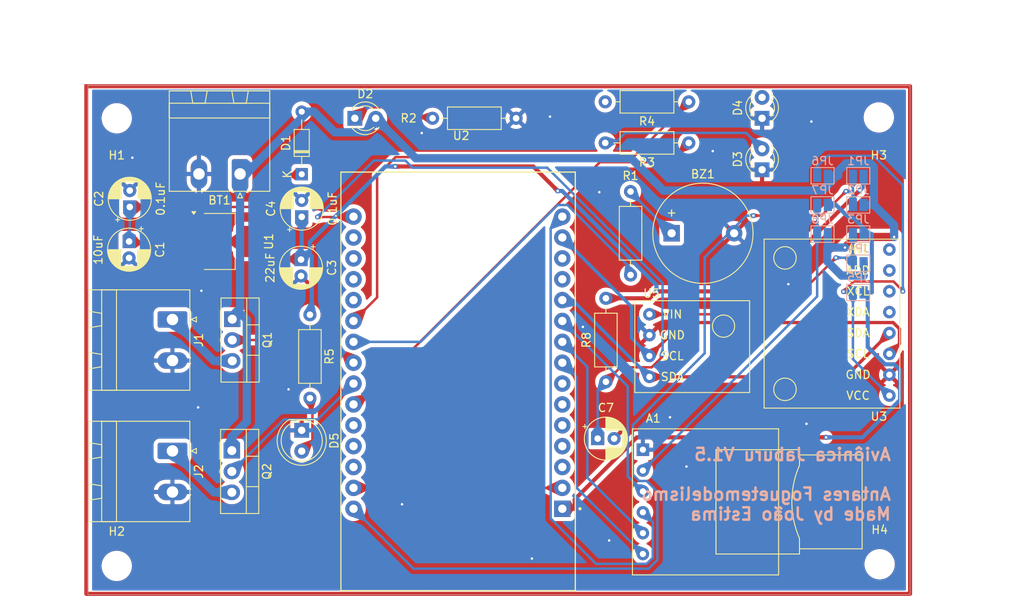
<source format=kicad_pcb>
(kicad_pcb (version 20240108) (generator "pcbnew") (generator_version "8.0")
  (layers (0 "F.Cu" signal) (31 "B.Cu" signal) (34 "B.Paste" user) (35 "F.Paste" user) (36 "B.SilkS" user "B.Silkscreen") (37 "F.SilkS" user "F.Silkscreen") (38 "B.Mask" user) (39 "F.Mask" user) (44 "Edge.Cuts" user))
  (net 0 "")
  (net 1 "MOSI")
  (net 2 "MISO")
  (net 3 "SCK")
  (net 4 "Net-(A1-3V3)")
  (net 5 "CSSD")
  (net 6 "GND")
  (net 7 "Net-(U2-EN)")
  (net 8 "SCL")
  (net 9 "SDA")
  (net 10 "Net-(JP3-B)")
  (net 11 "Net-(JP5-B)")
  (net 12 "+BATT")
  (net 13 "Net-(BZ1--)")
  (net 14 "Net-(D1-K)")
  (net 15 "+3V3")
  (net 16 "ADC_BATT")
  (net 17 "Net-(D2-K)")
  (net 18 "Net-(D3-A)")
  (net 19 "Net-(D4-A)")
  (net 20 "Net-(D5-A)")
  (net 21 "Net-(J1-Pin_1)")
  (net 22 "Net-(J2-Pin_1)")
  (net 27 "Net-(JP1-B)")
  (net 28 "VDD")
  (net 29 "IGN_1")
  (net 30 "IGN_2")
  (net 31 "BZR")
  (net 32 "LedStatus")
  (net 33 "LedAcionamento")
  (net 36 "Net-(U2-GND-Pad2)")
  (footprint "Resistor_THT:R_Axial_DIN0207_L6.3mm_D2.5mm_P10.16mm_Horizontal" (layer "F.Cu") (at 128 67.92 -90)
    (property "Reference" "R5" (at 5.08 -2.370001 90) (layer "F.SilkS"))
    (property "Value" "220")
    (pad "1" thru_hole circle (at 0 0 270) (size 1.6 1.6) (drill 0.8) (layers "*.Cu" "*.Mask") (net 15 "+3V3"))
    (pad "2" thru_hole oval (at 10.16 0 270) (size 1.6 1.6) (drill 0.8) (layers "*.Cu" "*.Mask") (net 20 "Net-(D5-A)"))
  )
  (footprint "Package_TO_SOT_THT:TO-220-3_Vertical" (layer "F.Cu") (at 118.555 68.46 -90)
    (property "Reference" "Q1" (at 2.54 -4.27 90) (layer "F.SilkS"))
    (property "Value" "NMOS_Substrate")
    (pad "1" thru_hole rect (at 0 0 270) (size 1.905 2) (drill 1.1) (layers "*.Cu" "*.Mask") (net 12 "+BATT"))
    (pad "2" thru_hole oval (at 2.54 0 270) (size 1.905 2) (drill 1.1) (layers "*.Cu" "*.Mask") (net 29 "IGN_1"))
    (pad "3" thru_hole oval (at 5.079999 0 270) (size 1.905 2) (drill 1.1) (layers "*.Cu" "*.Mask") (net 21 "Net-(J1-Pin_1)"))
  )
  (footprint "Capacitor_THT:CP_Radial_D5.0mm_P2.00mm" (layer "F.Cu") (at 106.0831 54.7995 90)
    (property "Reference" "C2" (at 1 -3.75 -90) (layer "F.SilkS"))
    (property "Value" "0.1uF" (at 1 3.75 -90) (layer "F.SilkS"))
    (pad "1" thru_hole rect (at 0 0 90) (size 1.6 1.6) (drill 0.8) (layers "*.Cu" "*.Mask") (net 14 "Net-(D1-K)"))
    (pad "2" thru_hole circle (at 2.000001 0 90) (size 1.6 1.6) (drill 0.8) (layers "*.Cu" "*.Mask") (net 6 "GND"))
  )
  (footprint "SDcard_module:SD_Card_Module" (layer "F.Cu") (at 168.5 84.35)
    (property "Reference" "A1" (at 1.27 -3.81 0) (layer "F.SilkS"))
    (property "Value" "SD_Card_Module")
    (pad "1" thru_hole rect (at 0 0) (size 1.524 1.524) (drill 0.762) (layers "*.Cu" "*.Mask") (net 6 "GND"))
    (pad "2" thru_hole circle (at 0 2.54) (size 1.524 1.524) (drill 0.762) (layers "*.Cu" "*.Mask") (net 4 "Net-(A1-3V3)"))
    (pad "3" thru_hole circle (at 0 5.079999) (size 1.524 1.524) (drill 0.762) (layers "*.Cu" "*.Mask") (net 2 "MISO"))
    (pad "4" thru_hole circle (at 0 7.62) (size 1.524 1.524) (drill 0.762) (layers "*.Cu" "*.Mask") (net 1 "MOSI"))
    (pad "5" thru_hole circle (at 0 10.16) (size 1.524 1.524) (drill 0.762) (layers "*.Cu" "*.Mask") (net 3 "SCK"))
    (pad "6" thru_hole circle (at 0 12.7) (size 1.524 1.524) (drill 0.762) (layers "*.Cu" "*.Mask") (net 5 "CSSD"))
  )
  (footprint "LED_THT:LED_D3.0mm" (layer "F.Cu") (at 183 44 90)
    (property "Reference" "D4" (at 1.270001 -2.96 -90) (layer "F.SilkS"))
    (property "Value" "Green")
    (pad "1" thru_hole rect (at 0 0 90) (size 1.8 1.8) (drill 0.9) (layers "*.Cu" "*.Mask") (net 6 "GND"))
    (pad "2" thru_hole circle (at 2.54 0 90) (size 1.8 1.8) (drill 0.9) (layers "*.Cu" "*.Mask") (net 19 "Net-(D4-A)"))
  )
  (footprint "Connector_Phoenix_MSTB:PhoenixContact_MSTBA_2,5_2-G_1x02_P5.00mm_Horizontal" (layer "F.Cu") (at 119.5 50.7775 180)
    (property "Reference" "BT1" (at 2.5 -3.2 180) (layer "F.SilkS"))
    (property "Value" "Battery_Cell")
    (pad "1" thru_hole roundrect (at 0 0 180) (size 2 3.6) (drill 1.4) (layers "*.Cu" "*.Mask") (roundrect_rratio 0.125) (net 12 "+BATT"))
    (pad "2" thru_hole oval (at 5 0 180) (size 2 3.6) (drill 1.4) (layers "*.Cu" "*.Mask") (net 6 "GND"))
  )
  (footprint "Connector_Phoenix_MSTB:PhoenixContact_MSTBA_2,5_2-G_1x02_P5.00mm_Horizontal" (layer "F.Cu") (at 111.2775 84.5 -90)
    (property "Reference" "J2" (at 2.5 -3.2 90) (layer "F.SilkS"))
    (property "Value" "IGN_02")
    (pad "1" thru_hole roundrect (at 0 0 270) (size 2 3.6) (drill 1.4) (layers "*.Cu" "*.Mask") (roundrect_rratio 0.125) (net 22 "Net-(J2-Pin_1)"))
    (pad "2" thru_hole oval (at 5 0 270) (size 2 3.6) (drill 1.4) (layers "*.Cu" "*.Mask") (net 6 "GND"))
  )
  (footprint "MountingHole:MountingHole_3.2mm_M3" (layer "F.Cu") (at 197.3 98.3)
    (property "Reference" "H4" (at 0 -4.2 0) (layer "F.SilkS"))
    (property "Value" "MountingHole" (hide yes))
    (pad "" np_thru_hole circle (at 0 0) (size 3.2 3.2) (drill 3.2) (layers "*.Cu" "*.Mask"))
  )
  (footprint "Resistor_THT:R_Axial_DIN0207_L6.3mm_D2.5mm_P10.16mm_Horizontal" (layer "F.Cu") (at 174.08 47 180)
    (property "Reference" "R3" (at 5.08 -2.370001 180) (layer "F.SilkS"))
    (property "Value" "125")
    (pad "1" thru_hole circle (at 0 0 180) (size 1.6 1.6) (drill 0.8) (layers "*.Cu" "*.Mask") (net 32 "LedStatus"))
    (pad "2" thru_hole oval (at 10.16 0 180) (size 1.6 1.6) (drill 0.8) (layers "*.Cu" "*.Mask") (net 18 "Net-(D3-A)"))
  )
  (footprint "Resistor_THT:R_Axial_DIN0207_L6.3mm_D2.5mm_P10.16mm_Horizontal" (layer "F.Cu") (at 153.08 44 180)
    (property "Reference" "R2" (at 13.08 -0.000001 180) (layer "F.SilkS"))
    (property "Value" "220")
    (pad "1" thru_hole circle (at 0 0 180) (size 1.6 1.6) (drill 0.8) (layers "*.Cu" "*.Mask") (net 6 "GND"))
    (pad "2" thru_hole oval (at 10.16 0 180) (size 1.6 1.6) (drill 0.8) (layers "*.Cu" "*.Mask") (net 17 "Net-(D2-K)"))
  )
  (footprint "Resistor_THT:R_Axial_DIN0207_L6.3mm_D2.5mm_P10.16mm_Horizontal" (layer "F.Cu") (at 164 76.08 90)
    (property "Reference" "R8" (at 5.08 -2.370001 -90) (layer "F.SilkS"))
    (property "Value" "10K")
    (pad "1" thru_hole circle (at 0 0 90) (size 1.6 1.6) (drill 0.8) (layers "*.Cu" "*.Mask") (net 7 "Net-(U2-EN)"))
    (pad "2" thru_hole oval (at 10.16 0 90) (size 1.6 1.6) (drill 0.8) (layers "*.Cu" "*.Mask") (net 15 "+3V3"))
  )
  (footprint "LED_THT:LED_D3.0mm" (layer "F.Cu") (at 183 50.265 90)
    (property "Reference" "D3" (at 1.270001 -2.96 -90) (layer "F.SilkS"))
    (property "Value" "Yellow")
    (pad "1" thru_hole rect (at 0 0 90) (size 1.8 1.8) (drill 0.9) (layers "*.Cu" "*.Mask") (net 6 "GND"))
    (pad "2" thru_hole circle (at 2.54 0 90) (size 1.8 1.8) (drill 0.9) (layers "*.Cu" "*.Mask") (net 18 "Net-(D3-A)"))
  )
  (footprint "LED_THT:LED_D5.0mm" (layer "F.Cu") (at 127 81.99 -90)
    (property "Reference" "D5" (at 1.27 -3.96 90) (layer "F.SilkS"))
    (property "Value" "LED")
    (pad "1" thru_hole rect (at 0 0 270) (size 1.8 1.8) (drill 0.9) (layers "*.Cu" "*.Mask") (net 6 "GND"))
    (pad "2" thru_hole circle (at 2.54 0 270) (size 1.8 1.8) (drill 0.9) (layers "*.Cu" "*.Mask") (net 20 "Net-(D5-A)"))
  )
  (footprint "Connector_Phoenix_MSTB:PhoenixContact_MSTBA_2,5_2-G_1x02_P5.00mm_Horizontal" (layer "F.Cu") (at 111.2775 68.5 -90)
    (property "Reference" "J1" (at 2.5 -3.2 90) (layer "F.SilkS"))
    (property "Value" "IGN_01")
    (pad "1" thru_hole roundrect (at 0 0 270) (size 2 3.6) (drill 1.4) (layers "*.Cu" "*.Mask") (roundrect_rratio 0.125) (net 21 "Net-(J1-Pin_1)"))
    (pad "2" thru_hole oval (at 5 0 270) (size 2 3.6) (drill 1.4) (layers "*.Cu" "*.Mask") (net 6 "GND"))
  )
  (footprint "MountingHole:MountingHole_3.2mm_M3" (layer "F.Cu") (at 104.5 44)
    (property "Reference" "H1" (at 0 4.5 0) (layer "F.SilkS"))
    (property "Value" "MountingHole" (hide yes))
    (pad "" np_thru_hole circle (at 0 0) (size 3.2 3.2) (drill 3.2) (layers "*.Cu" "*.Mask"))
  )
  (footprint "ESP32-DEVKIT-V1:MODULE_ESP32_DEVKIT_V1" (layer "F.Cu") (at 146 76.025 180)
    (property "Reference" "U2" (at -0.4 29.9 180) (layer "F.SilkS"))
    (property "Value" "ESP32-DEVKIT-V1")
    (pad "1" thru_hole rect (at -12.7 -15.515 180) (size 2 2) (drill 1.02) (layers "*.Cu" "*.Mask") (net 28 "VDD"))
    (pad "2" thru_hole circle (at -12.700001 -12.975 180) (size 2 2) (drill 1.02) (layers "*.Cu" "*.Mask") (net 36 "Net-(U2-GND-Pad2)"))
    (pad "3" thru_hole circle (at -12.7 -10.435 180) (size 2 2) (drill 1.02) (layers "*.Cu" "*.Mask"))
    (pad "4" thru_hole circle (at -12.7 -7.895 180) (size 2 2) (drill 1.02) (layers "*.Cu" "*.Mask"))
    (pad "5" thru_hole circle (at -12.7 -5.355 180) (size 2 2) (drill 1.02) (layers "*.Cu" "*.Mask"))
    (pad "6" thru_hole circle (at -12.700001 -2.815 180) (size 2 2) (drill 1.02) (layers "*.Cu" "*.Mask"))
    (pad "7" thru_hole circle (at -12.7 -0.274999 180) (size 2 2) (drill 1.02) (layers "*.Cu" "*.Mask"))
    (pad "8" thru_hole circle (at -12.7 2.265 180) (size 2 2) (drill 1.02) (layers "*.Cu" "*.Mask") (net 5 "CSSD"))
    (pad "9" thru_hole circle (at -12.7 4.805 180) (size 2 2) (drill 1.02) (layers "*.Cu" "*.Mask") (net 3 "SCK"))
    (pad "10" thru_hole circle (at -12.7 7.345 180) (size 2 2) (drill 1.02) (layers "*.Cu" "*.Mask") (net 2 "MISO"))
    (pad "11" thru_hole circle (at -12.700001 9.885 180) (size 2 2) (drill 1.02) (layers "*.Cu" "*.Mask") (net 9 "SDA"))
    (pad "12" thru_hole circle (at -12.7 12.425 180) (size 2 2) (drill 1.02) (layers "*.Cu" "*.Mask"))
    (pad "13" thru_hole circle (at -12.7 14.965 180) (size 2 2) (drill 1.02) (layers "*.Cu" "*.Mask"))
    (pad "14" thru_hole circle (at -12.7 17.505 180) (size 2 2) (drill 1.02) (layers "*.Cu" "*.Mask") (net 8 "SCL"))
    (pad "15" thru_hole circle (at -12.700001 20.045 180) (size 2 2) (drill 1.02) (layers "*.Cu" "*.Mask") (net 1 "MOSI"))
    (pad "16" thru_hole circle (at 12.700001 20.045 180) (size 2 2) (drill 1.02) (layers "*.Cu" "*.Mask") (net 7 "Net-(U2-EN)"))
    (pad "17" thru_hole circle (at 12.7 17.505 180) (size 2 2) (drill 1.02) (layers "*.Cu" "*.Mask"))
    (pad "18" thru_hole circle (at 12.7 14.965 180) (size 2 2) (drill 1.02) (layers "*.Cu" "*.Mask"))
    (pad "19" thru_hole circle (at 12.7 12.425 180) (size 2 2) (drill 1.02) (layers "*.Cu" "*.Mask"))
    (pad "20" thru_hole circle (at 12.700001 9.885 180) (size 2 2) (drill 1.02) (layers "*.Cu" "*.Mask"))
    (pad "21" thru_hole circle (at 12.7 7.345 180) (size 2 2) (drill 1.02) (layers "*.Cu" "*.Mask") (net 33 "LedAcionamento"))
    (pad "22" thru_hole circle (at 12.7 4.805 180) (size 2 2) (drill 1.02) (layers "*.Cu" "*.Mask") (net 31 "BZR"))
    (pad "23" thru_hole circle (at 12.7 2.265 180) (size 2 2) (drill 1.02) (layers "*.Cu" "*.Mask") (net 29 "IGN_1"))
    (pad "24" thru_hole circle (at 12.7 -0.274999 180) (size 2 2) (drill 1.02) (layers "*.Cu" "*.Mask") (net 30 "IGN_2"))
    (pad "25" thru_hole circle (at 12.700001 -2.815 180) (size 2 2) (drill 1.02) (layers "*.Cu" "*.Mask") (net 32 "LedStatus"))
    (pad "26" thru_hole circle (at 12.7 -5.355 180) (size 2 2) (drill 1.02) (layers "*.Cu" "*.Mask"))
    (pad "27" thru_hole circle (at 12.7 -7.895 180) (size 2 2) (drill 1.02) (layers "*.Cu" "*.Mask"))
    (pad "28" thru_hole circle (at 12.7 -10.435 180) (size 2 2) (drill 1.02) (layers "*.Cu" "*.Mask") (net 16 "ADC_BATT"))
    (pad "29" thru_hole circle (at 12.700001 -12.975 180) (size 2 2) (drill 1.02) (layers "*.Cu" "*.Mask") (net 36 "Net-(U2-GND-Pad2)"))
    (pad "30" thru_hole circle (at 12.7 -15.515 180) (size 2 2) (drill 1.02) (layers "*.Cu" "*.Mask") (net 27 "Net-(JP1-B)"))
    (zone (net 0) (net_name "") (layer "F.Cu") (connect_pads (clearance 0)) (min_thickness 0.01)
      (keepout (tracks not_allowed) (vias not_allowed) (pads not_allowed) (copperpour not_allowed) (footprints allowed))
      (fill (thermal_gap 0.508) (thermal_bridge_width 0.508))
      (polygon (pts (xy 154.91 57.04) (xy 137.22 57.04) (xy 137.22 50.55) (xy 154.91 50.55)))
    )
    (zone (net 0) (net_name "") (layer "B.Cu") (connect_pads (clearance 0)) (min_thickness 0.01)
      (keepout (tracks not_allowed) (vias not_allowed) (pads not_allowed) (copperpour not_allowed) (footprints allowed))
      (fill (thermal_gap 0.508) (thermal_bridge_width 0.508))
      (polygon (pts (xy 154.91 57.04) (xy 137.22 57.04) (xy 137.22 50.55) (xy 154.91 50.55)))
    )
  )
  (footprint "Diode_THT:D_DO-34_SOD68_P7.62mm_Horizontal" (layer "F.Cu") (at 127 50.815 90)
    (property "Reference" "D1" (at 3.81 -1.92 -90) (layer "F.SilkS"))
    (property "Value" "D")
    (fp_text user "K" (at 0 -1.75 -90) (layer "F.SilkS"))
    (pad "1" thru_hole rect (at 0 0 90) (size 1.5 1.5) (drill 0.75) (layers "*.Cu" "*.Mask") (net 14 "Net-(D1-K)"))
    (pad "2" thru_hole oval (at 7.62 0 90) (size 1.5 1.5) (drill 0.75) (layers "*.Cu" "*.Mask") (net 12 "+BATT"))
  )
  (footprint "Resistor_THT:R_Axial_DIN0207_L6.3mm_D2.5mm_P10.16mm_Horizontal" (layer "F.Cu") (at 167 63.08 90)
    (property "Reference" "R1" (at 12.079999 -0.000002 0) (layer "F.SilkS"))
    (property "Value" "100")
    (pad "1" thru_hole circle (at 0 0 90) (size 1.6 1.6) (drill 0.8) (layers "*.Cu" "*.Mask") (net 31 "BZR"))
    (pad "2" thru_hole oval (at 10.16 0 90) (size 1.6 1.6) (drill 0.8) (layers "*.Cu" "*.Mask") (net 13 "Net-(BZ1--)"))
  )
  (footprint "Capacitor_THT:CP_Radial_D5.0mm_P2.00mm" (layer "F.Cu") (at 127 56 90)
    (property "Reference" "C4" (at 1 -3.75 -90) (layer "F.SilkS"))
    (property "Value" "0.1uF" (at 1 3.75 -90) (layer "F.SilkS"))
    (pad "1" thru_hole rect (at 0 0 90) (size 1.6 1.6) (drill 0.8) (layers "*.Cu" "*.Mask") (net 15 "+3V3"))
    (pad "2" thru_hole circle (at 2.000001 0 90) (size 1.6 1.6) (drill 0.8) (layers "*.Cu" "*.Mask") (net 6 "GND"))
  )
  (footprint "Package_TO_SOT_SMD:SOT-223-3_TabPin2" (layer "F.Cu") (at 117 59)
    (property "Reference" "U1" (at 6 0 90) (layer "F.SilkS"))
    (property "Value" "AMS1117-3.3")
    (pad "1" smd roundrect (at -3.15 -2.3) (size 2 1.5) (layers "F.Cu" "F.Paste" "F.Mask") (net 6 "GND"))
    (pad "2" smd roundrect (at -3.15 0) (size 2 1.5) (layers "F.Cu" "F.Paste" "F.Mask") (net 15 "+3V3"))
    (pad "2" smd roundrect (at 3.15 0) (size 2 3.8) (layers "F.Cu" "F.Paste" "F.Mask") (net 15 "+3V3"))
    (pad "3" smd roundrect (at -3.15 2.3) (size 2 1.5) (layers "F.Cu" "F.Paste" "F.Mask") (net 14 "Net-(D1-K)"))
  )
  (footprint "usini_sensors:module_bme280_alt" (layer "F.Cu") (at 169.293 75.483)
    (property "Reference" "U5" (at 0.254 -10.16 0) (layer "F.SilkS"))
    (property "Value" "module_bme280_alt")
    (fp_text user "VIN" (at 2.794 -7.62 0) (layer "F.SilkS"))
    (fp_text user "SCL" (at 2.794 -2.54 0) (layer "F.SilkS"))
    (fp_text user "SDA" (at 2.794 0 0) (layer "F.SilkS"))
    (fp_text user "GND" (at 2.794 -5.08 0) (layer "F.SilkS"))
    (pad "1" thru_hole circle (at 0 -7.62) (size 1.524 1.524) (drill 0.762) (layers "*.Cu" "*.Mask") (net 10 "Net-(JP3-B)"))
    (pad "2" thru_hole circle (at 0 -5.079999) (size 1.524 1.524) (drill 0.762) (layers "*.Cu" "*.Mask") (net 6 "GND"))
    (pad "3" thru_hole circle (at 0 -2.54) (size 1.524 1.524) (drill 0.762) (layers "*.Cu" "*.Mask") (net 8 "SCL"))
    (pad "4" thru_hole circle (at 0 0) (size 1.524 1.524) (drill 0.762) (layers "*.Cu" "*.Mask") (net 9 "SDA"))
  )
  (footprint "LED_THT:LED_D3.0mm" (layer "F.Cu") (at 133.46 44)
    (property "Reference" "D2" (at 1.270001 -2.96 0) (layer "F.SilkS"))
    (property "Value" "Red")
    (pad "1" thru_hole rect (at 0 0) (size 1.8 1.8) (drill 0.9) (layers "*.Cu" "*.Mask") (net 17 "Net-(D2-K)"))
    (pad "2" thru_hole circle (at 2.54 0) (size 1.8 1.8) (drill 0.9) (layers "*.Cu" "*.Mask") (net 12 "+BATT"))
  )
  (footprint "Buzzer_Beeper:Buzzer_12x9.5RM7.6" (layer "F.Cu") (at 172 58)
    (property "Reference" "BZ1" (at 3.8 -7.2 0) (layer "F.SilkS"))
    (property "Value" "Buzzer")
    (fp_text user "+" (at -0.01 -2.54 0) (layer "F.SilkS"))
    (pad "1" thru_hole rect (at 0 0) (size 2 2) (drill 1) (layers "*.Cu" "*.Mask") (net 13 "Net-(BZ1--)"))
    (pad "2" thru_hole circle (at 7.600001 0) (size 2 2) (drill 1) (layers "*.Cu" "*.Mask") (net 6 "GND"))
  )
  (footprint "Package_TO_SOT_THT:TO-220-3_Vertical" (layer "F.Cu") (at 118.5 84.46 -90)
    (property "Reference" "Q2" (at 2.54 -4.27 90) (layer "F.SilkS"))
    (property "Value" "NMOS_Substrate")
    (pad "1" thru_hole rect (at 0 0 270) (size 1.905 2) (drill 1.1) (layers "*.Cu" "*.Mask") (net 12 "+BATT"))
    (pad "2" thru_hole oval (at 2.54 0 270) (size 1.905 2) (drill 1.1) (layers "*.Cu" "*.Mask") (net 30 "IGN_2"))
    (pad "3" thru_hole oval (at 5.079999 0 270) (size 1.905 2) (drill 1.1) (layers "*.Cu" "*.Mask") (net 22 "Net-(J2-Pin_1)"))
  )
  (footprint "MountingHole:MountingHole_3.2mm_M3" (layer "F.Cu") (at 197.2 43.9)
    (property "Reference" "H3" (at 0 4.6 0) (layer "F.SilkS"))
    (property "Value" "MountingHole" (hide yes))
    (pad "" np_thru_hole circle (at 0 0) (size 3.2 3.2) (drill 3.2) (layers "*.Cu" "*.Mask"))
  )
  (footprint "Capacitor_THT:CP_Radial_D5.0mm_P2.00mm" (layer "F.Cu") (at 163 83)
    (property "Reference" "C7" (at 1 -3.75 0) (layer "F.SilkS"))
    (property "Value" "0.1uF")
    (pad "1" thru_hole rect (at 0 0) (size 1.6 1.6) (drill 0.8) (layers "*.Cu" "*.Mask") (net 7 "Net-(U2-EN)"))
    (pad "2" thru_hole circle (at 2.000001 0) (size 1.6 1.6) (drill 0.8) (layers "*.Cu" "*.Mask") (net 6 "GND"))
  )
  (footprint "usini_sensors:module_mpu6050" (layer "F.Cu") (at 198.485 59.983 180)
    (property "Reference" "U3" (at 1.27 -20.32 180) (layer "F.SilkS"))
    (property "Value" "module_mpu6050")
    (fp_text user "SCL" (at 3.81 -12.7 180) (layer "F.SilkS"))
    (fp_text user "GND" (at 3.81 -15.24 180) (layer "F.SilkS"))
    (fp_text user "VCC" (at 3.81 -17.78 180) (layer "F.SilkS"))
    (fp_text user "INT" (at 3.81 0 180) (layer "F.SilkS"))
    (fp_text user "XDA" (at 3.81 -7.62 180) (layer "F.SilkS"))
    (fp_text user "SDA" (at 3.81 -10.16 180) (layer "F.SilkS"))
    (fp_text user "XCL" (at 3.81 -5.08 180) (layer "F.SilkS"))
    (fp_text user "ADD" (at 3.81 -2.54 180) (layer "F.SilkS"))
    (pad "1" thru_hole circle (at 0 -17.780001 180) (size 1.524 1.524) (drill 0.762) (layers "*.Cu" "*.Mask") (net 11 "Net-(JP5-B)"))
    (pad "2" thru_hole circle (at 0 -15.24 180) (size 1.524 1.524) (drill 0.762) (layers "*.Cu" "*.Mask") (net 6 "GND"))
    (pad "3" thru_hole circle (at 0 -12.7 180) (size 1.524 1.524) (drill 0.762) (layers "*.Cu" "*.Mask") (net 8 "SCL"))
    (pad "4" thru_hole circle (at 0 -10.16 180) (size 1.524 1.524) (drill 0.762) (layers "*.Cu" "*.Mask") (net 9 "SDA"))
    (pad "5" thru_hole circle (at 0 -7.62 180) (size 1.524 1.524) (drill 0.762) (layers "*.Cu" "*.Mask"))
    (pad "6" thru_hole circle (at 0 -5.079999 180) (size 1.524 1.524) (drill 0.762) (layers "*.Cu" "*.Mask"))
    (pad "7" thru_hole circle (at 0 -2.54 180) (size 1.524 1.524) (drill 0.762) (layers "*.Cu" "*.Mask"))
    (pad "8" thru_hole circle (at 0 0 180) (size 1.524 1.524) (drill 0.762) (layers "*.Cu" "*.Mask"))
  )
  (footprint "Capacitor_THT:CP_Radial_D5.0mm_P2.00mm" (layer "F.Cu") (at 106 59 -90)
    (property "Reference" "C1" (at 1 -3.75 90) (layer "F.SilkS"))
    (property "Value" "10uF" (at 1 3.75 90) (layer "F.SilkS"))
    (pad "1" thru_hole rect (at 0 0 270) (size 1.6 1.6) (drill 0.8) (layers "*.Cu" "*.Mask") (net 14 "Net-(D1-K)"))
    (pad "2" thru_hole circle (at 2.000001 0 270) (size 1.6 1.6) (drill 0.8) (layers "*.Cu" "*.Mask") (net 6 "GND"))
  )
  (footprint "Resistor_THT:R_Axial_DIN0207_L6.3mm_D2.5mm_P10.16mm_Horizontal" (layer "F.Cu") (at 174.08 42 180)
    (property "Reference" "R4" (at 5.08 -2.370001 180) (layer "F.SilkS"))
    (property "Value" "125")
    (pad "1" thru_hole circle (at 0 0 180) (size 1.6 1.6) (drill 0.8) (layers "*.Cu" "*.Mask") (net 33 "LedAcionamento"))
    (pad "2" thru_hole oval (at 10.16 0 180) (size 1.6 1.6) (drill 0.8) (layers "*.Cu" "*.Mask") (net 19 "Net-(D4-A)"))
  )
  (footprint "Capacitor_THT:CP_Radial_D5.0mm_P2.00mm" (layer "F.Cu") (at 126.9169 61.2005 -90)
    (property "Reference" "C3" (at 1 -3.75 90) (layer "F.SilkS"))
    (property "Value" "22uF" (at 1 3.75 90) (layer "F.SilkS"))
    (pad "1" thru_hole rect (at 0 0 270) (size 1.6 1.6) (drill 0.8) (layers "*.Cu" "*.Mask") (net 15 "+3V3"))
    (pad "2" thru_hole circle (at 2.000001 0 270) (size 1.6 1.6) (drill 0.8) (layers "*.Cu" "*.Mask") (net 6 "GND"))
  )
  (footprint "MountingHole:MountingHole_3.2mm_M3" (layer "F.Cu") (at 104.5 98.5)
    (property "Reference" "H2" (at 0 -4.2 0) (layer "F.SilkS"))
    (property "Value" "MountingHole" (hide yes))
    (pad "" np_thru_hole circle (at 0 0) (size 3.2 3.2) (drill 3.2) (layers "*.Cu" "*.Mask"))
  )
  (footprint "Jumper:SolderJumper-2_P1.3mm_Open_Pad1.0x1.5mm" (layer "B.Cu") (at 194.7 51 180)
    (property "Reference" "JP1" (at 0 1.8 180) (layer "B.SilkS") (effects (justify mirror)))
    (property "Value" "LDO 3V3")
    (pad "1" smd rect (at -0.65 0 180) (size 1 1.5) (layers "B.Cu" "B.Mask") (net 15 "+3V3"))
    (pad "2" smd rect (at 0.65 0 180) (size 1 1.5) (layers "B.Cu" "B.Mask") (net 27 "Net-(JP1-B)"))
  )
  (footprint "Jumper:SolderJumper-2_P1.3mm_Open_Pad1.0x1.5mm" (layer "B.Cu") (at 194.7 65.2 180)
    (property "Reference" "JP5" (at 0 1.8 180) (layer "B.SilkS") (effects (justify mirror)))
    (property "Value" "ESP 3V3")
    (pad "1" smd rect (at -0.65 0 180) (size 1 1.5) (layers "B.Cu" "B.Mask") (net 28 "VDD"))
    (pad "2" smd rect (at 0.65 0 180) (size 1 1.5) (layers "B.Cu" "B.Mask") (net 11 "Net-(JP5-B)"))
  )
  (footprint "Jumper:SolderJumper-2_P1.3mm_Open_Pad1.0x1.5mm" (layer "B.Cu") (at 194.7 54.55 180)
    (property "Reference" "JP2" (at 0 1.8 180) (layer "B.SilkS") (effects (justify mirror)))
    (property "Value" "BATTERY")
    (pad "1" smd rect (at -0.65 0 180) (size 1 1.5) (layers "B.Cu" "B.Mask") (net 12 "+BATT"))
    (pad "2" smd rect (at 0.65 0 180) (size 1 1.5) (layers "B.Cu" "B.Mask") (net 27 "Net-(JP1-B)"))
  )
  (footprint "Jumper:SolderJumper-2_P1.3mm_Open_Pad1.0x1.5mm" (layer "B.Cu") (at 194.7 58.1 180)
    (property "Reference" "JP3" (at 0 1.8 180) (layer "B.SilkS") (effects (justify mirror)))
    (property "Value" "ESP 3V3")
    (pad "1" smd rect (at -0.65 0 180) (size 1 1.5) (layers "B.Cu" "B.Mask") (net 28 "VDD"))
    (pad "2" smd rect (at 0.65 0 180) (size 1 1.5) (layers "B.Cu" "B.Mask") (net 10 "Net-(JP3-B)"))
  )
  (footprint "Jumper:SolderJumper-2_P1.3mm_Open_Pad1.0x1.5mm" (layer "B.Cu") (at 190.35 51 180)
    (property "Reference" "JP6" (at 0 1.8 180) (layer "B.SilkS") (effects (justify mirror)))
    (property "Value" "BATTERY")
    (pad "1" smd rect (at -0.65 0 180) (size 1 1.5) (layers "B.Cu" "B.Mask") (net 12 "+BATT"))
    (pad "2" smd rect (at 0.65 0 180) (size 1 1.5) (layers "B.Cu" "B.Mask") (net 11 "Net-(JP5-B)"))
  )
  (footprint "Jumper:SolderJumper-2_P1.3mm_Open_Pad1.0x1.5mm" (layer "B.Cu") (at 190.35 54.55 180)
    (property "Reference" "JP7" (at 0 1.8 180) (layer "B.SilkS") (effects (justify mirror)))
    (property "Value" "ESP 3V3")
    (pad "1" smd rect (at -0.65 0 180) (size 1 1.5) (layers "B.Cu" "B.Mask") (net 28 "VDD"))
    (pad "2" smd rect (at 0.65 0 180) (size 1 1.5) (layers "B.Cu" "B.Mask") (net 4 "Net-(A1-3V3)"))
  )
  (footprint "Jumper:SolderJumper-2_P1.3mm_Open_Pad1.0x1.5mm" (layer "B.Cu") (at 190.35 58.1 180)
    (property "Reference" "JP8" (at 0 1.8 180) (layer "B.SilkS") (effects (justify mirror)))
    (property "Value" "BATTERY")
    (pad "1" smd rect (at -0.65 0 180) (size 1 1.5) (layers "B.Cu" "B.Mask") (net 12 "+BATT"))
    (pad "2" smd rect (at 0.65 0 180) (size 1 1.5) (layers "B.Cu" "B.Mask") (net 4 "Net-(A1-3V3)"))
  )
  (footprint "Jumper:SolderJumper-2_P1.3mm_Open_Pad1.0x1.5mm" (layer "B.Cu") (at 194.7 61.65 180)
    (property "Reference" "JP4" (at 0 1.8 180) (layer "B.SilkS") (effects (justify mirror)))
    (property "Value" "BATTERY")
    (pad "1" smd rect (at -0.65 0 180) (size 1 1.5) (layers "B.Cu" "B.Mask") (net 12 "+BATT"))
    (pad "2" smd rect (at 0.65 0 180) (size 1 1.5) (layers "B.Cu" "B.Mask") (net 10 "Net-(JP3-B)"))
  )
  (gr_rect (start 100.8 40.1) (end 201 101.9) (stroke (width 0.5)) (fill none) (layer "F.Cu") (net 19))
  (gr_rect (start 101 40) (end 201 102) (stroke (width 0.05)) (fill none) (layer "Edge.Cuts"))
  (gr_text "Aviônica Jaburu V1.5\n\nAntares Foguetemodelismo\nMade by João Estima" (at 198.824484 93.06123 0) (layer "B.SilkS") (effects (font (size 1.5 1.5) (thickness 0.3) (bold yes)) (justify left bottom mirror)))
  (segment (start 157.2841 57.3959) (end 158.7 55.98) (width 0.3) (layer "B.Cu") (net 1))
  (segment (start 157.2841 92.7207) (end 157.2841 57.3959) (width 0.3) (layer "B.Cu") (net 1))
  (segment (start 169.7054 93.1754) (end 169.7054 97.497) (width 0.3) (layer "B.Cu") (net 1))
  (segment (start 162.8073 98.2439) (end 157.2841 92.7207) (width 0.3) (layer "B.Cu") (net 1))
  (segment (start 168.5 91.97) (end 169.7054 93.1754) (width 0.3) (layer "B.Cu") (net 1))
  (segment (start 169.7054 97.497) (end 168.9585 98.2439) (width 0.3) (layer "B.Cu") (net 1))
  (segment (start 168.9585 98.2439) (end 162.8073 98.2439) (width 0.3) (layer "B.Cu") (net 1))
  (segment (start 158.7 68.68) (end 166.6601 76.6401) (width 0.3) (layer "B.Cu") (net 2))
  (segment (start 166.6601 87.5901) (end 168.5 89.43) (width 0.3) (layer "B.Cu") (net 2))
  (segment (start 166.6601 76.6401) (end 166.6601 87.5901) (width 0.3) (layer "B.Cu") (net 2))
  (segment (start 161.7446 74.2646) (end 158.7 71.22) (width 0.3) (layer "B.Cu") (net 3))
  (segment (start 168.5 94.51) (end 161.7446 87.7546) (width 0.3) (layer "B.Cu") (net 3))
  (segment (start 161.7446 87.7546) (end 161.7446 74.2646) (width 0.3) (layer "B.Cu") (net 3))
  (segment (start 189.7 65.69) (end 189.7 58.1) (width 0.3) (layer "B.Cu") (net 4))
  (segment (start 189.7 54.55) (end 189.7 55.7017) (width 0.3) (layer "B.Cu") (net 4))
  (segment (start 168.5 86.89) (end 189.7 65.69) (width 0.3) (layer "B.Cu") (net 4))
  (segment (start 189.7 58.1) (end 189.7 55.7017) (width 0.3) (layer "B.Cu") (net 4))
  (segment (start 160.4527 75.5127) (end 160.4527 89.0027) (width 0.3) (layer "B.Cu") (net 5))
  (segment (start 158.7 73.76) (end 160.4527 75.5127) (width 0.3) (layer "B.Cu") (net 5))
  (segment (start 160.4527 89.0027) (end 168.5 97.05) (width 0.3) (layer "B.Cu") (net 5))
  (via (at 186.2 64.2) (size 0.6) (drill 0.3) (layers "F.Cu" "B.Cu") (net 6))
  (via (at 139.2 91) (size 0.6) (drill 0.3) (layers "F.Cu" "B.Cu") (net 6))
  (via (at 173.8 86.4) (size 0.6) (drill 0.3) (layers "F.Cu" "B.Cu") (net 6))
  (via (at 163.2 53) (size 0.6) (drill 0.3) (layers "F.Cu" "B.Cu") (net 6))
  (via (at 164.4 95.4) (size 0.6) (drill 0.3) (layers "F.Cu" "B.Cu") (net 6))
  (via (at 114.4 79.2) (size 0.6) (drill 0.3) (layers "F.Cu" "B.Cu") (net 6))
  (via (at 125.4 77) (size 0.6) (drill 0.3) (layers "F.Cu" "B.Cu") (net 6))
  (via (at 171.8 80.4) (size 0.6) (drill 0.3) (layers "F.Cu" "B.Cu") (net 6))
  (via (at 141.6 45.8) (size 0.6) (drill 0.3) (layers "F.Cu" "B.Cu") (net 6))
  (via (at 157.2 43.8) (size 0.6) (drill 0.3) (layers "F.Cu" "B.Cu") (net 6))
  (via (at 177 48) (size 0.6) (drill 0.3) (layers "F.Cu" "B.Cu") (net 6))
  (via (at 155 97.6) (size 0.6) (drill 0.3) (layers "F.Cu" "B.Cu") (net 6))
  (via (at 106.4 48.8) (size 0.6) (drill 0.3) (layers "F.Cu" "B.Cu") (net 6))
  (via (at 188.4 81.2) (size 0.6) (drill 0.3) (layers "F.Cu" "B.Cu") (net 6))
  (via (at 161.2 69.4) (size 0.6) (drill 0.3) (layers "F.Cu" "B.Cu") (net 6))
  (via (at 114.8 65) (size 0.6) (drill 0.3) (layers "F.Cu" "B.Cu") (net 6))
  (via (at 189 44.4) (size 0.6) (drill 0.3) (layers "F.Cu" "B.Cu") (net 6))
  (segment (start 133.2596 56.0204) (end 133.3 55.98) (width 0.3) (layer "F.Cu") (net 7))
  (segment (start 128.9169 56.0204) (end 133.2596 56.0204) (width 0.3) (layer "F.Cu") (net 7))
  (segment (start 170.8427 73.048) (end 170.8427 72.7529) (width 0.3) (layer "F.Cu") (net 7))
  (segment (start 164 76.08) (end 165.7607 74.3193) (width 0.3) (layer "F.Cu") (net 7))
  (segment (start 165.7607 74.3193) (end 169.5714 74.3193) (width 0.3) (layer "F.Cu") (net 7))
  (segment (start 169.5714 74.3193) (end 170.8427 73.048) (width 0.3) (layer "F.Cu") (net 7))
  (via (at 170.8427 72.7529) (size 0.6) (drill 0.3) (layers "F.Cu" "B.Cu") (net 7))
  (via (at 128.9169 56.0204) (size 0.6) (drill 0.3) (layers "F.Cu" "B.Cu") (net 7))
  (segment (start 163 77.08) (end 164 76.08) (width 0.3) (layer "B.Cu") (net 7))
  (segment (start 156.8604 50.0189) (end 140.4785 50.0189) (width 0.3) (layer "B.Cu") (net 7))
  (segment (start 135.7861 49.1512) (end 128.9169 56.0204) (width 0.3) (layer "B.Cu") (net 7))
  (segment (start 139.6108 49.1512) (end 135.7861 49.1512) (width 0.3) (layer "B.Cu") (net 7))
  (segment (start 170.8427 72.7529) (end 170.8954 72.7002) (width 0.3) (layer "B.Cu") (net 7))
  (segment (start 170.8954 72.7002) (end 170.8954 64.0539) (width 0.3) (layer "B.Cu") (net 7))
  (segment (start 170.8954 64.0539) (end 156.8604 50.0189) (width 0.3) (layer "B.Cu") (net 7))
  (segment (start 163 83) (end 163 77.08) (width 0.3) (layer "B.Cu") (net 7))
  (segment (start 140.4785 50.0189) (end 139.6108 49.1512) (width 0.3) (layer "B.Cu") (net 7))
  (segment (start 173.363 68.873) (end 169.293 72.943) (width 0.4) (layer "F.Cu") (net 8))
  (segment (start 199.7125 71.4555) (end 199.7125 69.6378) (width 0.4) (layer "F.Cu") (net 8))
  (segment (start 198.9477 68.873) (end 173.363 68.873) (width 0.4) (layer "F.Cu") (net 8))
  (segment (start 198.485 72.683) (end 199.7125 71.4555) (width 0.4) (layer "F.Cu") (net 8))
  (segment (start 199.7125 69.6378) (end 198.9477 68.873) (width 0.4) (layer "F.Cu") (net 8))
  (segment (start 167.1242 70.7742) (end 169.293 72.943) (width 0.4) (layer "B.Cu") (net 8))
  (segment (start 158.7 58.52) (end 167.1242 66.9442) (width 0.4) (layer "B.Cu") (net 8))
  (segment (start 167.1242 66.9442) (end 167.1242 70.7742) (width 0.4) (layer "B.Cu") (net 8))
  (segment (start 198.485 70.143) (end 193.145 75.483) (width 0.4) (layer "F.Cu") (net 9))
  (segment (start 193.145 75.483) (end 169.293 75.483) (width 0.4) (layer "F.Cu") (net 9))
  (segment (start 159.95 66.14) (end 158.7 66.14) (width 0.4) (layer "B.Cu") (net 9))
  (segment (start 169.293 75.483) (end 159.95 66.14) (width 0.4) (layer "B.Cu") (net 9))
  (segment (start 191.9751 60.9795) (end 185.0916 67.863) (width 0.3) (layer "F.Cu") (net 10))
  (segment (start 185.0916 67.863) (end 169.293 67.863) (width 0.3) (layer "F.Cu") (net 10))
  (via (at 191.9751 60.9795) (size 0.6) (drill 0.3) (layers "F.Cu" "B.Cu") (net 10))
  (segment (start 194.05 60.9795) (end 191.9751 60.9795) (width 0.3) (layer "B.Cu") (net 10))
  (segment (start 194.05 61.65) (end 194.05 60.9795) (width 0.3) (layer "B.Cu") (net 10))
  (segment (start 194.05 60.9795) (end 194.05 58.1) (width 0.3) (layer "B.Cu") (net 10))
  (segment (start 200.1185 65.075) (end 200.1185 65.0009) (width 0.3) (layer "F.Cu") (net 11))
  (segment (start 200.1185 65.0009) (end 198.9861 63.8685) (width 0.3) (layer "F.Cu") (net 11))
  (segment (start 194.1404 63.8685) (end 192.9051 65.1038) (width 0.3) (layer "F.Cu") (net 11))
  (segment (start 198.9861 63.8685) (end 194.1404 63.8685) (width 0.3) (layer "F.Cu") (net 11))
  (via (at 200.1185 65.075) (size 0.6) (drill 0.3) (layers "F.Cu" "B.Cu") (net 11))
  (via (at 192.9051 65.1038) (size 0.6) (drill 0.3) (layers "F.Cu" "B.Cu") (net 11))
  (segment (start 200.1185 52.1413) (end 200.1185 65.075) (width 0.3) (layer "B.Cu") (net 11))
  (segment (start 198.485 77.763) (end 194.05 73.328) (width 0.3) (layer "B.Cu") (net 11))
  (segment (start 192.9051 65.1038) (end 193.0521 65.1038) (width 0.3) (layer "B.Cu") (net 11))
  (segment (start 190.9805 48.5678) (end 196.545 48.5678) (width 0.3) (layer "B.Cu") (net 11))
  (segment (start 189.7 51) (end 189.7 49.8483) (width 0.3) (layer "B.Cu") (net 11))
  (segment (start 189.7 49.8483) (end 190.9805 48.5678) (width 0.3) (layer "B.Cu") (net 11))
  (segment (start 194.05 65.2) (end 193.1483 65.2) (width 0.3) (layer "B.Cu") (net 11))
  (segment (start 194.05 73.328) (end 194.05 66.3517) (width 0.3) (layer "B.Cu") (net 11))
  (segment (start 193.0521 65.1038) (end 193.1483 65.2) (width 0.3) (layer "B.Cu") (net 11))
  (segment (start 196.545 48.5678) (end 200.1185 52.1413) (width 0.3) (layer "B.Cu") (net 11))
  (segment (start 194.05 65.2) (end 194.05 66.3517) (width 0.3) (layer "B.Cu") (net 11))
  (segment (start 193.0801 59.741) (end 194.3756 58.4455) (width 1) (layer "F.Cu") (net 12))
  (segment (start 194.3756 58.4455) (end 199.0614 58.4455) (width 1) (layer "F.Cu") (net 12))
  (via (at 199.0614 58.4455) (size 0.6) (drill 0.3) (layers "F.Cu" "B.Cu") (net 12))
  (via (at 193.0801 59.741) (size 0.6) (drill 0.3) (layers "F.Cu" "B.Cu") (net 12))
  (segment (start 191.6259 51.4688) (end 190.2947 52.8) (width 1) (layer "B.Cu") (net 12))
  (segment (start 131.0117 45.705) (end 128.5017 43.195) (width 1) (layer "B.Cu") (net 12))
  (segment (start 190.9234 59.8176) (end 191 59.741) (width 1) (layer "B.Cu") (net 12))
  (segment (start 118.555 68.045) (end 119.1996 67.4004) (width 1) (layer "B.Cu") (net 12))
  (segment (start 191.6259 51) (end 191.6259 51.4688) (width 1) (layer "B.Cu") (net 12))
  (segment (start 192.2517 51) (end 192.2517 50.4524) (width 1) (layer "B.Cu") (net 12))
  (segment (start 191.6259 51) (end 192.2517 51) (width 1) (layer "B.Cu") (net 12))
  (segment (start 190.9234 61.4151) (end 190.9234 59.8176) (width 1) (layer "B.Cu") (net 12))
  (segment (start 192.66 63.1517) (end 190.9234 61.4151) (width 1) (layer "B.Cu") (net 12))
  (segment (start 191 59.741) (end 191 58.1) (width 1) (layer "B.Cu") (net 12))
  (segment (start 196.1675 49.4853) (end 196.6017 49.9195) (width 1) (layer "B.Cu") (net 12))
  (segment (start 191 51) (end 191.6259 51) (width 1) (layer "B.Cu") (net 12))
  (segment (start 192.2517 50.4524) (end 193.2188 49.4853) (width 1) (layer "B.Cu") (net 12))
  (segment (start 199.0614 58.4455) (end 199.0614 57.0097) (width 1) (layer "B.Cu") (net 12))
  (segment (start 195.35 63.1517) (end 192.66 63.1517) (width 1) (layer "B.Cu") (net 12))
  (segment (start 118.5 82.7558) (end 118.5 84.46) (width 1) (layer "B.Cu") (net 12))
  (segment (start 191 59.741) (end 193.0801 59.741) (width 1) (layer "B.Cu") (net 12))
  (segment (start 119.1996 67.4004) (end 120.3171 68.5179) (width 1) (layer "B.Cu") (net 12))
  (segment (start 119.5 67.1) (end 119.1996 67.4004) (width 1) (layer "B.Cu") (net 12))
  (segment (start 136.1988 44.1987) (end 136 44) (width 1) (layer "B.Cu") (net 12))
  (segment (start 195.35 61.65) (end 195.35 63.1517) (width 1) (layer "B.Cu") (net 12))
  (segment (start 199.0614 57.0097) (end 196.6017 54.55) (width 1) (layer "B.Cu") (net 12))
  (segment (start 127 43.195) (end 127.7509 43.195) (width 1) (layer "B.Cu") (net 12))
  (segment (start 134.6925 45.705) (end 131.0117 45.705) (width 1) (layer "B.Cu") (net 12))
  (segment (start 119.5 50.7775) (end 119.5 67.1) (width 1) (layer "B.Cu") (net 12))
  (segment (start 118.555 68.46) (end 118.555 68.045) (width 1) (layer "B.Cu") (net 12))
  (segment (start 120.3171 80.9387) (end 118.5 82.7558) (width 1) (layer "B.Cu") (net 12))
  (segment (start 193.2188 49.4853) (end 196.1675 49.4853) (width 1) (layer "B.Cu") (net 12))
  (segment (start 127.7509 43.195) (end 120.1684 50.7775) (width 1) (layer "B.Cu") (net 12))
  (segment (start 171 52.8) (end 167.0638 48.8638) (width 1) (layer "B.Cu") (net 12))
  (segment (start 140.8639 48.8638) (end 136.1988 44.1987) (width 1) (layer "B.Cu") (net 12))
  (segment (start 167.0638 48.8638) (end 140.8639 48.8638) (width 1) (layer "B.Cu") (net 12))
  (segment (start 127.7509 43.195) (end 128.5017 43.195) (width 1) (layer "B.Cu") (net 12))
  (segment (start 196.6017 49.9195) (end 196.6017 54.55) (width 1) (layer "B.Cu") (net 12))
  (segment (start 120.3171 68.5179) (end 120.3171 80.9387) (width 1) (layer "B.Cu") (net 12))
  (segment (start 136.1988 44.1987) (end 134.6925 45.705) (width 1) (layer "B.Cu") (net 12))
  (segment (start 190.2947 52.8) (end 171 52.8) (width 1) (layer "B.Cu") (net 12))
  (segment (start 195.35 54.55) (end 196.6017 54.55) (width 1) (layer "B.Cu") (net 12))
  (segment (start 120.1684 50.7775) (end 119.5 50.7775) (width 1) (layer "B.Cu") (net 12))
  (segment (start 172 58) (end 167 53) (width 0.3) (layer "B.Cu") (net 13))
  (segment (start 167 53) (end 167 52.92) (width 0.3) (layer "B.Cu") (net 13))
  (segment (start 106 59) (end 107.2017 59) (width 0.3) (layer "F.Cu") (net 14))
  (segment (start 109.5017 61.3) (end 107.2017 59) (width 0.3) (layer "F.Cu") (net 14))
  (segment (start 127 50.815) (end 125.8483 50.815) (width 0.3) (layer "F.Cu") (net 14))
  (segment (start 121.8638 54.7995) (end 106.0831 54.7995) (width 0.3) (layer "F.Cu") (net 14))
  (segment (start 125.8483 50.815) (end 121.8638 54.7995) (width 0.3) (layer "F.Cu") (net 14))
  (segment (start 113.85 61.3) (end 109.5017 61.3) (width 0.3) (layer "F.Cu") (net 14))
  (segment (start 106.0831 57.7152) (end 106.0831 54.7995) (width 0.3) (layer "B.Cu") (net 14))
  (segment (start 106 57.7983) (end 106.0831 57.7152) (width 0.3) (layer "B.Cu") (net 14))
  (segment (start 106 59) (end 106 57.7983) (width 0.3) (layer "B.Cu") (net 14))
  (segment (start 194.8775 52.7761) (end 182.5786 65.075) (width 0.5) (layer "F.Cu") (net 15))
  (segment (start 126.9169 61.2005) (end 125.6152 61.2005) (width 0.5) (layer "F.Cu") (net 15))
  (segment (start 123.4147 59) (end 125.6152 61.2005) (width 0.5) (layer "F.Cu") (net 15))
  (segment (start 120.15 59) (end 123.4147 59) (width 0.5) (layer "F.Cu") (net 15))
  (segment (start 155.161 49.8691) (end 158.138 52.8461) (width 0.5) (layer "F.Cu") (net 15))
  (segment (start 169.3119 65.92) (end 165.3017 65.92) (width 0.5) (layer "F.Cu") (net 15))
  (segment (start 164 65.92) (end 165.3017 65.92) (width 0.5) (layer "F.Cu") (net 15))
  (segment (start 113.85 59) (end 120.15 59) (width 0.5) (layer "F.Cu") (net 15))
  (segment (start 170.1569 65.075) (end 169.3119 65.92) (width 0.5) (layer "F.Cu") (net 15))
  (segment (start 182.5786 65.075) (end 170.1569 65.075) (width 0.5) (layer "F.Cu") (net 15))
  (segment (start 138.3745 49.8691) (end 155.161 49.8691) (width 0.5) (layer "F.Cu") (net 15))
  (via (at 158.138 52.8461) (size 0.6) (drill 0.3) (layers "F.Cu" "B.Cu") (net 15))
  (via (at 170.1569 65.075) (size 0.6) (drill 0.3) (layers "F.Cu" "B.Cu") (net 15))
  (via (at 194.8775 52.7761) (size 0.6) (drill 0.3) (layers "F.Cu" "B.Cu") (net 15))
  (via (at 138.3745 49.8691) (size 0.6) (drill 0.3) (layers "F.Cu" "B.Cu") (net 15))
  (segment (start 127.9943 60.5496) (end 127.9943 59.0514) (width 0.5) (layer "B.Cu") (net 15))
  (segment (start 128.2209 60.7762) (end 127.9943 60.5496) (width 0.5) (layer "B.Cu") (net 15))
  (segment (start 128 67.92) (end 128.2209 67.6991) (width 0.5) (layer "B.Cu") (net 15))
  (segment (start 126.9169 60.5496) (end 126.9169 59.8988) (width 0.5) (layer "B.Cu") (net 15))
  (segment (start 158.138 52.8461) (end 158.6861 52.8461) (width 0.5) (layer "B.Cu") (net 15))
  (segment (start 127.9943 59.0514) (end 137.1766 49.8691) (width 0.5) (layer "B.Cu") (net 15))
  (segment (start 158.6861 52.8461) (end 170.1569 64.3169) (width 0.5) (layer "B.Cu") (net 15))
  (segment (start 137.1766 49.8691) (end 138.3745 49.8691) (width 0.5) (layer "B.Cu") (net 15))
  (segment (start 127.9943 60.5496) (end 126.9169 60.5496) (width 0.5) (layer "B.Cu") (net 15))
  (segment (start 126.9169 59.8988) (end 127 59.8157) (width 0.5) (layer "B.Cu") (net 15))
  (segment (start 195.35 52.3036) (end 194.8775 52.7761) (width 0.5) (layer "B.Cu") (net 15))
  (segment (start 195.35 51) (end 195.35 52.3036) (width 0.5) (layer "B.Cu") (net 15))
  (segment (start 126.9169 61.2005) (end 126.9169 60.5496) (width 0.5) (layer "B.Cu") (net 15))
  (segment (start 127 59.8157) (end 127 56) (width 0.5) (layer "B.Cu") (net 15))
  (segment (start 170.1569 64.3169) (end 170.1569 65.075) (width 0.5) (layer "B.Cu") (net 15))
  (segment (start 128.2209 67.6991) (end 128.2209 60.7762) (width 0.5) (layer "B.Cu") (net 15))
  (segment (start 133.46 44) (end 134.8005 42.6595) (width 0.3) (layer "F.Cu") (net 17))
  (segment (start 140.3778 42.6595) (end 141.7183 44) (width 0.3) (layer "F.Cu") (net 17))
  (segment (start 142.92 44) (end 141.7183 44) (width 0.3) (layer "F.Cu") (net 17))
  (segment (start 134.8005 42.6595) (end 140.3778 42.6595) (width 0.3) (layer "F.Cu") (net 17))
  (segment (start 163.92 47) (end 165.1217 47) (width 0.3) (layer "B.Cu") (net 18))
  (segment (start 166.3434 45.7783) (end 181.0533 45.7783) (width 0.3) (layer "B.Cu") (net 18))
  (segment (start 181.0533 45.7783) (end 183 47.725) (width 0.3) (layer "B.Cu") (net 18))
  (segment (start 165.1217 47) (end 166.3434 45.7783) (width 0.3) (layer "B.Cu") (net 18))
  (segment (start 127 84.53) (end 128.3017 83.2283) (width 0.3) (layer "F.Cu") (net 20))
  (segment (start 128 78.08) (end 128 79.2817) (width 0.3) (layer "F.Cu") (net 20))
  (segment (start 128.3017 79.5834) (end 128 79.2817) (width 0.3) (layer "F.Cu") (net 20))
  (segment (start 128.3017 83.2283) (end 128.3017 79.5834) (width 0.3) (layer "F.Cu") (net 20))
  (segment (start 116.317499 73.539999) (end 111.2775 68.5) (width 1) (layer "B.Cu") (net 21))
  (segment (start 118.555 73.539999) (end 116.317499 73.539999) (width 1) (layer "B.Cu") (net 21))
  (segment (start 118.5 89.539999) (end 116.317499 89.539999) (width 1) (layer "B.Cu") (net 22))
  (segment (start 116.317499 89.539999) (end 111.2775 84.5) (width 1) (layer "B.Cu") (net 22))
  (segment (start 190.2343 55.8539) (end 181.9453 55.8539) (width 0.3) (layer "F.Cu") (net 27))
  (segment (start 193.2023 52.8859) (end 190.2343 55.8539) (width 0.3) (layer "F.Cu") (net 27))
  (segment (start 181.9453 55.8539) (end 181.9453 55.854) (width 0.3) (layer "F.Cu") (net 27))
  (via (at 181.9453 55.854) (size 0.6) (drill 0.3) (layers "F.Cu" "B.Cu") (net 27))
  (via (at 193.2023 52.8859) (size 0.6) (drill 0.3) (layers "F.Cu" "B.Cu") (net 27))
  (segment (start 167.2748 81.348) (end 167.2748 87.3675) (width 0.3) (layer "B.Cu") (net 27))
  (segment (start 194.05 52.8859) (end 194.05 51) (width 0.3) (layer "B.Cu") (net 27))
  (segment (start 176.0177 72.6051) (end 167.2748 81.348) (width 0.3) (layer "B.Cu") (net 27))
  (segment (start 181.0929 55.854) (end 176.0177 60.9292) (width 0.3) (layer "B.Cu") (net 27))
  (segment (start 168.0673 88.16) (end 168.9644 88.16) (width 0.3) (layer "B.Cu") (net 27))
  (segment (start 170.2672 89.4628) (end 170.2672 97.7651) (width 0.3) (layer "B.Cu") (net 27))
  (segment (start 168.9644 88.16) (end 170.2672 89.4628) (width 0.3) (layer "B.Cu") (net 27))
  (segment (start 194.05 52.8859) (end 193.2023 52.8859) (width 0.3) (layer "B.Cu") (net 27))
  (segment (start 176.0177 60.9292) (end 176.0177 72.6051) (width 0.3) (layer "B.Cu") (net 27))
  (segment (start 170.2672 97.7651) (end 169.2018 98.8305) (width 0.3) (layer "B.Cu") (net 27))
  (segment (start 140.5905 98.8305) (end 133.3 91.54) (width 0.3) (layer "B.Cu") (net 27))
  (segment (start 194.05 54.55) (end 194.05 52.8859) (width 0.3) (layer "B.Cu") (net 27))
  (segment (start 169.2018 98.8305) (end 140.5905 98.8305) (width 0.3) (layer "B.Cu") (net 27))
  (segment (start 167.2748 87.3675) (end 168.0673 88.16) (width 0.3) (layer "B.Cu") (net 27))
  (segment (start 181.9453 55.854) (end 181.0929 55.854) (width 0.3) (layer "B.Cu") (net 27))
  (segment (start 158.7 91.54) (end 160.2017 91.54) (width 0.5) (layer "F.Cu") (net 28))
  (segment (start 167.7684 82.847) (end 160.2017 90.4137) (width 0.5) (layer "F.Cu") (net 28))
  (segment (start 160.2017 90.4137) (end 160.2017 91.54) (width 0.5) (layer "F.Cu") (net 28))
  (segment (start 190.7866 82.847) (end 167.7684 82.847) (width 0.5) (layer "F.Cu") (net 28))
  (via (at 190.7866 82.847) (size 0.6) (drill 0.3) (layers "F.Cu" "B.Cu") (net 28))
  (segment (start 199.7899 78.2783) (end 195.2212 82.847) (width 0.5) (layer "B.Cu") (net 28))
  (segment (start 195.35 58.1) (end 195.8509 58.1) (width 0.5) (layer "B.Cu") (net 28))
  (segment (start 195.8509 65.2) (end 195.8509 71.8473) (width 0.5) (layer "B.Cu") (net 28))
  (segment (start 195.8509 65.2) (end 196.3517 65.2) (width 0.5) (layer "B.Cu") (net 28))
  (segment (start 199.078 73.953) (end 199.7899 74.6649) (width 0.5) (layer "B.Cu") (net 28))
  (segment (start 192.0017 54.55) (end 193.5465 56.0948) (width 0.5) (layer "B.Cu") (net 28))
  (segment (start 191 54.55) (end 192.0017 54.55) (width 0.5) (layer "B.Cu") (net 28))
  (segment (start 194.0775 56.0948) (end 195.8509 57.8682) (width 0.5) (layer "B.Cu") (net 28))
  (segment (start 197.9566 73.953) (end 199.078 73.953) (width 0.5) (layer "B.Cu") (net 28))
  (segment (start 195.8509 57.8682) (end 195.8509 58.1) (width 0.5) (layer "B.Cu") (net 28))
  (segment (start 195.8509 58.1) (end 196.3517 58.1) (width 0.5) (layer "B.Cu") (net 28))
  (segment (start 195.8509 71.8473) (end 197.9566 73.953) (width 0.5) (layer "B.Cu") (net 28))
  (segment (start 199.7899 74.6649) (end 199.7899 78.2783) (width 0.5) (layer "B.Cu") (net 28))
  (segment (start 193.5465 56.0948) (end 194.0775 56.0948) (width 0.5) (layer "B.Cu") (net 28))
  (segment (start 195.35 65.2) (end 195.8509 65.2) (width 0.5) (layer "B.Cu") (net 28))
  (segment (start 195.2212 82.847) (end 190.7866 82.847) (width 0.5) (layer "B.Cu") (net 28))
  (segment (start 196.3517 58.1) (end 196.3517 65.2) (width 0.5) (layer "B.Cu") (net 28))
  (segment (start 133.3 73.76) (end 130.54 71) (width 0.3) (layer "F.Cu") (net 29))
  (segment (start 130.54 71) (end 118.555 71) (width 0.3) (layer "F.Cu") (net 29))
  (segment (start 124.8317 80.6683) (end 118.5 87) (width 0.3) (layer "B.Cu") (net 30))
  (segment (start 128.9317 80.6683) (end 124.8317 80.6683) (width 0.3) (layer "B.Cu") (net 30))
  (segment (start 133.3 76.3) (end 128.9317 80.6683) (width 0.3) (layer "B.Cu") (net 30))
  (segment (start 141.47 71.22) (end 133.3 71.22) (width 0.3) (layer "B.Cu") (net 31))
  (segment (start 159.3256 54.5572) (end 158.1328 54.5572) (width 0.3) (layer "B.Cu") (net 31))
  (segment (start 158.1328 54.5572) (end 141.47 71.22) (width 0.3) (layer "B.Cu") (net 31))
  (segment (start 167 63.08) (end 167 62.2316) (width 0.3) (layer "B.Cu") (net 31))
  (segment (start 167 62.2316) (end 159.3256 54.5572) (width 0.3) (layer "B.Cu") (net 31))
  (segment (start 171.7372 49.3428) (end 174.08 47) (width 0.3) (layer "F.Cu") (net 32))
  (segment (start 163.2746 49.3428) (end 171.7372 49.3428) (width 0.3) (layer "F.Cu") (net 32))
  (segment (start 133.3 78.84) (end 133.7774 78.84) (width 0.3) (layer "F.Cu") (net 32))
  (segment (start 133.7774 78.84) (end 163.2746 49.3428) (width 0.3) (layer "F.Cu") (net 32))
  (segment (start 133.3 68.68) (end 136.1707 65.8093) (width 0.3) (layer "F.Cu") (net 33))
  (segment (start 136.1707 65.8093) (end 136.1707 50.9756) (width 0.3) (layer "F.Cu") (net 33))
  (segment (start 167.3498 48.7302) (end 174.08 42) (width 0.3) (layer "F.Cu") (net 33))
  (segment (start 136.1707 50.9756) (end 138.4161 48.7302) (width 0.3) (layer "F.Cu") (net 33))
  (segment (start 138.4161 48.7302) (end 167.3498 48.7302) (width 0.3) (layer "F.Cu") (net 33))
  (segment (start 133.3 89) (end 158.7 89) (width 0.3) (layer "F.Cu") (net 36))
  (zone (net 6) (net_name "GND") (layers "F&B.Cu") (connect_pads (clearance 0.5)) (min_thickness 0.25) (fill yes (thermal_gap 0.5) (thermal_bridge_width 0.5))
    (polygon (pts (xy 100.8 40.1) (xy 100.8 101.8) (xy 100.9 101.9) (xy 201 101.9) (xy 201.1 101.8) (xy 201.1 40) (xy 100.9 40)))
  )
)
</source>
